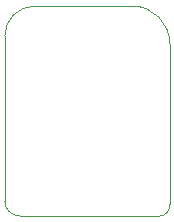
<source format=gm1>
%TF.GenerationSoftware,KiCad,Pcbnew,7.0.7*%
%TF.CreationDate,2023-12-15T10:49:53-05:00*%
%TF.ProjectId,Conference Circuit 1214,436f6e66-6572-4656-9e63-652043697263,rev?*%
%TF.SameCoordinates,Original*%
%TF.FileFunction,Profile,NP*%
%FSLAX46Y46*%
G04 Gerber Fmt 4.6, Leading zero omitted, Abs format (unit mm)*
G04 Created by KiCad (PCBNEW 7.0.7) date 2023-12-15 10:49:53*
%MOMM*%
%LPD*%
G01*
G04 APERTURE LIST*
%TA.AperFunction,Profile*%
%ADD10C,0.100000*%
%TD*%
G04 APERTURE END LIST*
D10*
X163195000Y-92075000D02*
X163195000Y-102870000D01*
X149225000Y-105410000D02*
G75*
G03*
X150495000Y-106680000I1270000J0D01*
G01*
X162306000Y-106689025D02*
X150495000Y-106680000D01*
X162306000Y-106689024D02*
G75*
G03*
X163194998Y-105664000I0J898024D01*
G01*
X163195000Y-102870000D02*
X163194999Y-105664000D01*
X163195000Y-92075000D02*
G75*
G03*
X160020000Y-88900000I-3175000J0D01*
G01*
X149225000Y-105410000D02*
X149225000Y-102870000D01*
X160020000Y-88900000D02*
X151765000Y-88900000D01*
X149225000Y-91440000D02*
X149225000Y-102870000D01*
X151765000Y-88900000D02*
G75*
G03*
X149225000Y-91440000I0J-2540000D01*
G01*
M02*

</source>
